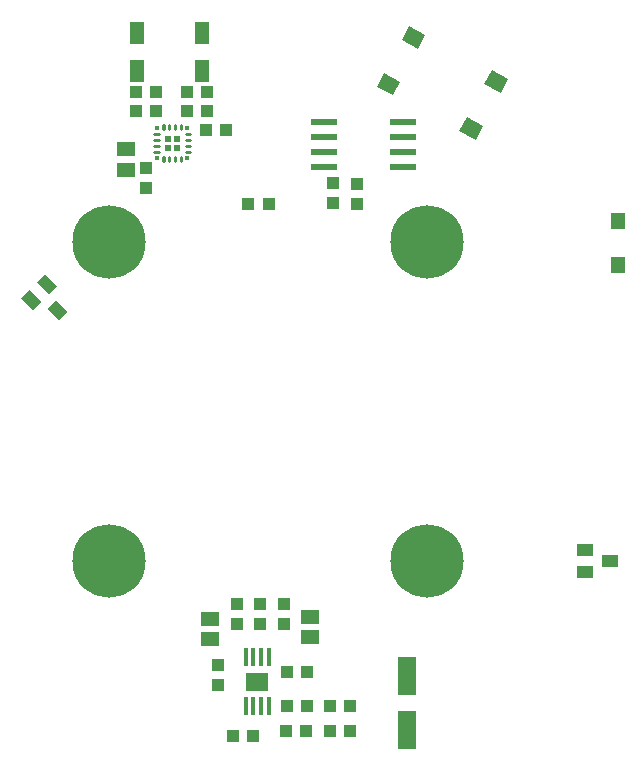
<source format=gtp>
G75*
%MOIN*%
%OFA0B0*%
%FSLAX24Y24*%
%IPPOS*%
%LPD*%
%AMOC8*
5,1,8,0,0,1.08239X$1,22.5*
%
%ADD10C,0.0105*%
%ADD11R,0.0134X0.0134*%
%ADD12R,0.0226X0.0231*%
%ADD13R,0.0225X0.0241*%
%ADD14R,0.0239X0.0240*%
%ADD15R,0.0242X0.0234*%
%ADD16R,0.0433X0.0394*%
%ADD17R,0.0870X0.0240*%
%ADD18R,0.0591X0.0512*%
%ADD19R,0.0394X0.0433*%
%ADD20R,0.0394X0.0551*%
%ADD21R,0.0630X0.0512*%
%ADD22R,0.0630X0.1260*%
%ADD23R,0.0512X0.0748*%
%ADD24R,0.0551X0.0394*%
%ADD25R,0.0157X0.0630*%
%ADD26R,0.0744X0.0618*%
%ADD27R,0.0492X0.0551*%
%ADD28C,0.2441*%
D10*
X010472Y021988D02*
X010478Y021988D01*
X010472Y021988D02*
X010472Y022124D01*
X010478Y022124D01*
X010478Y021988D01*
X010478Y022092D02*
X010472Y022092D01*
X010669Y021988D02*
X010675Y021988D01*
X010669Y021988D02*
X010669Y022124D01*
X010675Y022124D01*
X010675Y021988D01*
X010675Y022092D02*
X010669Y022092D01*
X010866Y021988D02*
X010872Y021988D01*
X010866Y021988D02*
X010866Y022124D01*
X010872Y022124D01*
X010872Y021988D01*
X010872Y022092D02*
X010866Y022092D01*
X011063Y021988D02*
X011069Y021988D01*
X011063Y021988D02*
X011063Y022124D01*
X011069Y022124D01*
X011069Y021988D01*
X011069Y022092D02*
X011063Y022092D01*
X011228Y022283D02*
X011228Y022289D01*
X011364Y022289D01*
X011364Y022283D01*
X011228Y022283D01*
X011228Y022480D02*
X011228Y022486D01*
X011364Y022486D01*
X011364Y022480D01*
X011228Y022480D01*
X011228Y022677D02*
X011228Y022683D01*
X011364Y022683D01*
X011364Y022677D01*
X011228Y022677D01*
X011228Y022874D02*
X011228Y022880D01*
X011364Y022880D01*
X011364Y022874D01*
X011228Y022874D01*
X011069Y023175D02*
X011063Y023175D01*
X011069Y023175D02*
X011069Y023039D01*
X011063Y023039D01*
X011063Y023175D01*
X011069Y023143D02*
X011063Y023143D01*
X010872Y023175D02*
X010866Y023175D01*
X010872Y023175D02*
X010872Y023039D01*
X010866Y023039D01*
X010866Y023175D01*
X010872Y023143D02*
X010866Y023143D01*
X010675Y023175D02*
X010669Y023175D01*
X010675Y023175D02*
X010675Y023039D01*
X010669Y023039D01*
X010669Y023175D01*
X010675Y023143D02*
X010669Y023143D01*
X010478Y023175D02*
X010472Y023175D01*
X010478Y023175D02*
X010478Y023039D01*
X010472Y023039D01*
X010472Y023175D01*
X010478Y023143D02*
X010472Y023143D01*
X010313Y022880D02*
X010313Y022874D01*
X010177Y022874D01*
X010177Y022880D01*
X010313Y022880D01*
X010313Y022683D02*
X010313Y022677D01*
X010177Y022677D01*
X010177Y022683D01*
X010313Y022683D01*
X010313Y022486D02*
X010313Y022480D01*
X010177Y022480D01*
X010177Y022486D01*
X010313Y022486D01*
X010313Y022289D02*
X010313Y022283D01*
X010177Y022283D01*
X010177Y022289D01*
X010313Y022289D01*
D11*
X010273Y022080D03*
X011269Y022084D03*
X011269Y023080D03*
X010273Y023080D03*
D12*
X010618Y022422D03*
D13*
X010617Y022721D03*
D14*
X010918Y022720D03*
D15*
X010916Y022426D03*
D16*
X011899Y023026D03*
X012568Y023026D03*
X011936Y023645D03*
X011932Y024274D03*
X011263Y024274D03*
X011267Y023645D03*
X010239Y023645D03*
X009570Y023645D03*
X009570Y024274D03*
X010239Y024274D03*
X013310Y020534D03*
X013979Y020534D03*
X014586Y004947D03*
X015256Y004947D03*
X015254Y003799D03*
X014585Y003799D03*
X014566Y002982D03*
X015235Y002982D03*
X016031Y002982D03*
X016700Y002982D03*
X016691Y003814D03*
X016022Y003814D03*
X013477Y002813D03*
X012808Y002813D03*
D17*
X015819Y021782D03*
X015819Y022282D03*
X015819Y022782D03*
X015819Y023282D03*
X018469Y023282D03*
X018469Y022782D03*
X018469Y022282D03*
X018469Y021782D03*
D18*
X009235Y021696D03*
X009235Y022365D03*
X012011Y006727D03*
X012011Y006058D03*
X015349Y006113D03*
X015349Y006782D03*
D19*
X014488Y006553D03*
X014488Y007222D03*
X013700Y007222D03*
X013700Y006553D03*
X012913Y006553D03*
X012913Y007222D03*
X012308Y005186D03*
X012308Y004517D03*
X016135Y020574D03*
X016912Y020544D03*
X016912Y021213D03*
X016135Y021243D03*
X009904Y021066D03*
X009904Y021735D03*
D20*
G36*
X006262Y017932D02*
X006540Y018210D01*
X006928Y017822D01*
X006650Y017544D01*
X006262Y017932D01*
G37*
G36*
X005733Y017403D02*
X006011Y017681D01*
X006399Y017293D01*
X006121Y017015D01*
X005733Y017403D01*
G37*
G36*
X006610Y017055D02*
X006888Y017333D01*
X007276Y016945D01*
X006998Y016667D01*
X006610Y017055D01*
G37*
D21*
G36*
X017822Y024910D02*
X018377Y024615D01*
X018136Y024164D01*
X017581Y024459D01*
X017822Y024910D01*
G37*
G36*
X018654Y026474D02*
X019209Y026179D01*
X018968Y025728D01*
X018413Y026023D01*
X018654Y026474D01*
G37*
G36*
X021417Y025005D02*
X021972Y024710D01*
X021731Y024259D01*
X021176Y024554D01*
X021417Y025005D01*
G37*
G36*
X020585Y023441D02*
X021140Y023146D01*
X020899Y022695D01*
X020344Y022990D01*
X020585Y023441D01*
G37*
D22*
X018586Y004830D03*
X018586Y003019D03*
D23*
X011774Y024975D03*
X011774Y026235D03*
X009609Y026235D03*
X009609Y024975D03*
D24*
X024511Y009019D03*
X025377Y008645D03*
X024511Y008271D03*
D25*
X013989Y005450D03*
X013733Y005450D03*
X013477Y005450D03*
X013221Y005450D03*
X013221Y003797D03*
X013477Y003797D03*
X013733Y003797D03*
X013989Y003797D03*
D26*
X013605Y004623D03*
D27*
X025623Y018517D03*
X025623Y019973D03*
D28*
X008645Y008645D03*
X019274Y008645D03*
X019274Y019274D03*
X008645Y019274D03*
M02*

</source>
